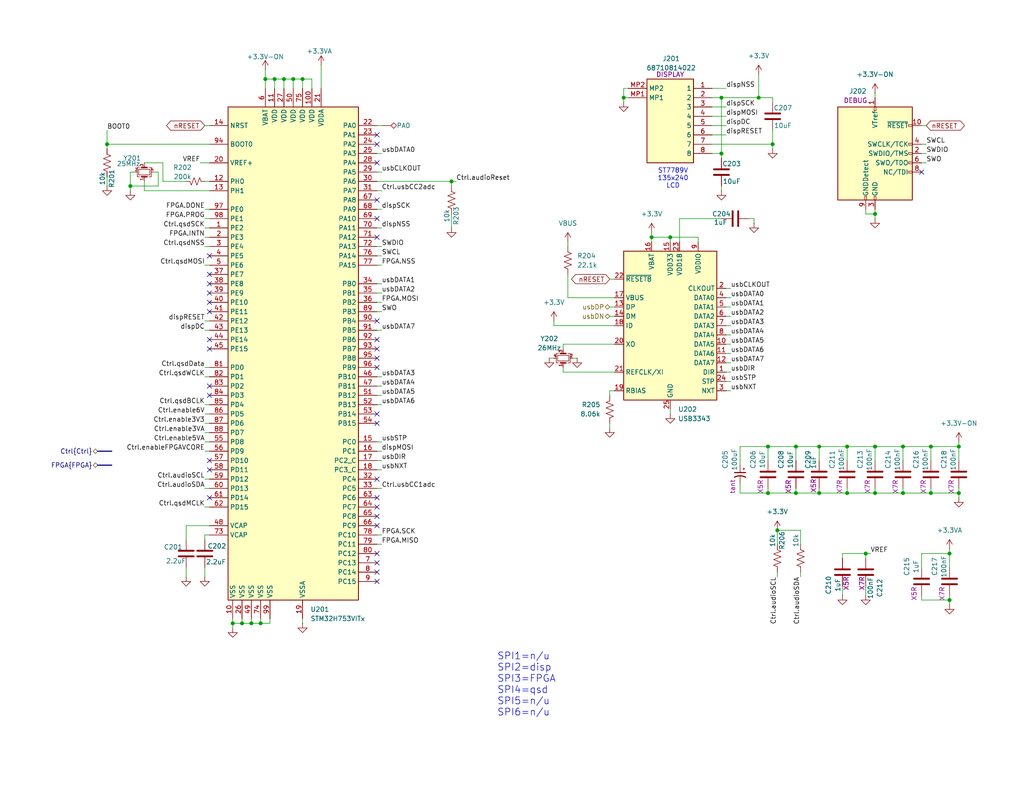
<source format=kicad_sch>
(kicad_sch (version 20250114) (generator "eeschema") (generator_version "9.0")
  (paper "USLetter")
  (title_block (title "Microcontroller") (date "2025-10-13") (company "WB7NAB") (comment 1 "Alan Mimms"))
  (bus_alias "FPGA" (members "NSS" "SCK" "MISO" "MOSI" "INTN" "PROG" "DONE"))
  (text "SPI1=n/u\nSPI2=disp\nSPI3=FPGA\nSPI4=qsd\nSPI5=n/u\nSPI6=n/u" (at 135.636 186.944 0) (effects (font (size 1.905 1.905)) (justify left)))
  (text "ST7789V\n135x240\nLCD" (at 183.642 48.768 0) (effects (font (size 1.27 1.27))))
  (junction (at 231.14 121.92))
  (junction (at 223.52 134.62))
  (junction (at 261.62 121.92))
  (junction (at 71.12 170.18))
  (junction (at 170.18 26.67))
  (junction (at 231.14 134.62))
  (junction (at 77.47 21.59))
  (junction (at 238.76 58.42))
  (junction (at 209.55 121.92))
  (junction (at 63.5 170.18))
  (junction (at 196.85 41.91))
  (junction (at 217.17 134.62))
  (junction (at 196.85 26.67))
  (junction (at 66.04 170.18))
  (junction (at 238.76 121.92))
  (junction (at 246.38 121.92))
  (junction (at 72.39 21.59))
  (junction (at 259.08 163.83))
  (junction (at 74.93 21.59))
  (junction (at 207.01 26.67))
  (junction (at 123.19 49.53))
  (junction (at 254 121.92))
  (junction (at 223.52 121.92))
  (junction (at 236.22 151.13))
  (junction (at 217.17 121.92))
  (junction (at 177.8 64.77))
  (junction (at 246.38 134.62))
  (junction (at 182.88 64.77))
  (junction (at 238.76 134.62))
  (junction (at 261.62 134.62))
  (junction (at 80.01 21.59))
  (junction (at 35.56 50.8))
  (junction (at 209.55 134.62))
  (junction (at 254 134.62))
  (junction (at 259.08 151.13))
  (junction (at 82.55 21.59))
  (junction (at 29.21 39.37))
  (junction (at 210.82 39.37))
  (junction (at 212.09 144.78))
  (junction (at 68.58 170.18))
  (no_connect (at 251.46 46.99))
  (no_connect (at 102.87 140.97))
  (no_connect (at 57.15 80.01))
  (no_connect (at 102.87 97.79))
  (no_connect (at 57.15 82.55))
  (no_connect (at 102.87 44.45))
  (no_connect (at 102.87 92.71))
  (no_connect (at 102.87 36.83))
  (no_connect (at 57.15 135.89))
  (no_connect (at 102.87 39.37))
  (no_connect (at 57.15 95.25))
  (no_connect (at 102.87 138.43))
  (no_connect (at 102.87 100.33))
  (no_connect (at 102.87 87.63))
  (no_connect (at 57.15 105.41))
  (no_connect (at 57.15 125.73))
  (no_connect (at 57.15 69.85))
  (no_connect (at 102.87 156.21))
  (no_connect (at 57.15 74.93))
  (no_connect (at 102.87 59.69))
  (no_connect (at 57.15 128.27))
  (no_connect (at 102.87 95.25))
  (no_connect (at 57.15 85.09))
  (no_connect (at 102.87 130.81))
  (no_connect (at 102.87 135.89))
  (no_connect (at 57.15 77.47))
  (no_connect (at 102.87 143.51))
  (no_connect (at 102.87 151.13))
  (no_connect (at 57.15 107.95))
  (no_connect (at 102.87 115.57))
  (no_connect (at 102.87 54.61))
  (no_connect (at 102.87 153.67))
  (no_connect (at 102.87 113.03))
  (no_connect (at 57.15 92.71))
  (no_connect (at 102.87 158.75))
  (no_connect (at 102.87 64.77))
  (wire (pts (xy 251.46 154.94) (xy 251.46 151.13)))
  (wire (pts (xy 261.62 125.73) (xy 261.62 121.92)))
  (wire (pts (xy 246.38 121.92) (xy 238.76 121.92)))
  (wire (pts (xy 82.55 24.13) (xy 82.55 21.59)))
  (wire (pts (xy 43.18 46.99) (xy 41.91 46.99)))
  (wire (pts (xy 85.09 24.13) (xy 85.09 21.59)))
  (wire (pts (xy 170.18 26.67) (xy 170.18 24.13)))
  (wire (pts (xy 254 121.92) (xy 246.38 121.92)))
  (wire (pts (xy 196.85 26.67) (xy 196.85 41.91)))
  (wire (pts (xy 198.12 78.74) (xy 199.39 78.74)))
  (wire (pts (xy 198.12 86.36) (xy 199.39 86.36)))
  (wire (pts (xy 170.18 27.94) (xy 170.18 26.67)))
  (wire (pts (xy 82.55 21.59) (xy 85.09 21.59)))
  (wire (pts (xy 102.87 67.31) (xy 104.14 67.31)))
  (wire (pts (xy 194.31 34.29) (xy 198.12 34.29)))
  (wire (pts (xy 55.88 133.35) (xy 57.15 133.35)))
  (wire (pts (xy 154.94 81.28) (xy 167.64 81.28)))
  (wire (pts (xy 246.38 133.35) (xy 246.38 134.62)))
  (wire (pts (xy 87.63 17.78) (xy 87.63 24.13)))
  (wire (pts (xy 55.88 120.65) (xy 57.15 120.65)))
  (wire (pts (xy 210.82 39.37) (xy 210.82 40.64)))
  (wire (pts (xy 104.14 107.95) (xy 102.87 107.95)))
  (wire (pts (xy 238.76 134.62) (xy 231.14 134.62)))
  (wire (pts (xy 39.37 49.53) (xy 39.37 52.07)))
  (wire (pts (xy 54.61 44.45) (xy 57.15 44.45)))
  (wire (pts (xy 177.8 64.77) (xy 177.8 66.04)))
  (wire (pts (xy 198.12 83.82) (xy 199.39 83.82)))
  (wire (pts (xy 194.31 31.75) (xy 198.12 31.75)))
  (wire (pts (xy 238.76 57.15) (xy 238.76 58.42)))
  (wire (pts (xy 80.01 21.59) (xy 77.47 21.59)))
  (wire (pts (xy 55.88 110.49) (xy 57.15 110.49)))
  (wire (pts (xy 102.87 82.55) (xy 104.14 82.55)))
  (wire (pts (xy 57.15 49.53) (xy 55.88 49.53)))
  (wire (pts (xy 229.87 151.13) (xy 236.22 151.13)))
  (wire (pts (xy 261.62 134.62) (xy 254 134.62)))
  (wire (pts (xy 210.82 35.56) (xy 210.82 39.37)))
  (wire (pts (xy 218.44 144.78) (xy 218.44 148.59)))
  (wire (pts (xy 204.47 59.69) (xy 205.74 59.69)))
  (wire (pts (xy 55.88 123.19) (xy 57.15 123.19)))
  (wire (pts (xy 29.21 48.26) (xy 29.21 50.8)))
  (wire (pts (xy 251.46 151.13) (xy 259.08 151.13)))
  (wire (pts (xy 55.88 100.33) (xy 57.15 100.33)))
  (wire (pts (xy 57.15 146.05) (xy 55.88 146.05)))
  (wire (pts (xy 251.46 163.83) (xy 259.08 163.83)))
  (wire (pts (xy 236.22 151.13) (xy 236.22 152.4)))
  (wire (pts (xy 238.76 125.73) (xy 238.76 121.92)))
  (wire (pts (xy 35.56 46.99) (xy 35.56 50.8)))
  (wire (pts (xy 182.88 66.04) (xy 182.88 64.77)))
  (wire (pts (xy 102.87 46.99) (xy 104.14 46.99)))
  (wire (pts (xy 196.85 41.91) (xy 196.85 43.18)))
  (wire (pts (xy 104.14 105.41) (xy 102.87 105.41)))
  (wire (pts (xy 166.37 106.68) (xy 167.64 106.68)))
  (wire (pts (xy 198.12 106.68) (xy 199.39 106.68)))
  (wire (pts (xy 55.88 118.11) (xy 57.15 118.11)))
  (wire (pts (xy 254 134.62) (xy 246.38 134.62)))
  (wire (pts (xy 55.88 67.31) (xy 57.15 67.31)))
  (wire (pts (xy 198.12 91.44) (xy 199.39 91.44)))
  (wire (pts (xy 102.87 34.29) (xy 104.14 34.29)))
  (wire (pts (xy 261.62 120.65) (xy 261.62 121.92)))
  (wire (pts (xy 102.87 128.27) (xy 104.14 128.27)))
  (wire (pts (xy 261.62 133.35) (xy 261.62 134.62)))
  (wire (pts (xy 196.85 26.67) (xy 194.31 26.67)))
  (wire (pts (xy 72.39 19.05) (xy 72.39 21.59)))
  (wire (pts (xy 254 125.73) (xy 254 121.92)))
  (wire (pts (xy 236.22 151.13) (xy 237.49 151.13)))
  (wire (pts (xy 251.46 34.29) (xy 252.73 34.29)))
  (wire (pts (xy 212.09 144.78) (xy 218.44 144.78)))
  (wire (pts (xy 209.55 121.92) (xy 217.17 121.92)))
  (wire (pts (xy 201.93 121.92) (xy 209.55 121.92)))
  (wire (pts (xy 55.88 87.63) (xy 57.15 87.63)))
  (wire (pts (xy 55.88 130.81) (xy 57.15 130.81)))
  (wire (pts (xy 212.09 148.59) (xy 212.09 144.78)))
  (wire (pts (xy 57.15 57.15) (xy 55.88 57.15)))
  (wire (pts (xy 57.15 52.07) (xy 39.37 52.07)))
  (wire (pts (xy 123.19 49.53) (xy 123.19 50.8)))
  (wire (pts (xy 154.94 66.04) (xy 154.94 67.31)))
  (wire (pts (xy 198.12 88.9) (xy 199.39 88.9)))
  (wire (pts (xy 246.38 134.62) (xy 238.76 134.62)))
  (wire (pts (xy 36.83 46.99) (xy 35.56 46.99)))
  (wire (pts (xy 123.19 58.42) (xy 123.19 62.23)))
  (wire (pts (xy 102.87 125.73) (xy 104.14 125.73)))
  (wire (pts (xy 201.93 134.62) (xy 209.55 134.62)))
  (wire (pts (xy 35.56 50.8) (xy 35.56 52.07)))
  (wire (pts (xy 166.37 107.95) (xy 166.37 106.68)))
  (wire (pts (xy 44.45 44.45) (xy 44.45 49.53)))
  (wire (pts (xy 102.87 148.59) (xy 104.14 148.59)))
  (wire (pts (xy 63.5 170.18) (xy 63.5 171.45)))
  (wire (pts (xy 238.76 121.92) (xy 231.14 121.92)))
  (wire (pts (xy 210.82 26.67) (xy 210.82 27.94)))
  (wire (pts (xy 236.22 58.42) (xy 238.76 58.42)))
  (wire (pts (xy 231.14 133.35) (xy 231.14 134.62)))
  (wire (pts (xy 198.12 99.06) (xy 199.39 99.06)))
  (wire (pts (xy 104.14 80.01) (xy 102.87 80.01)))
  (wire (pts (xy 153.67 93.98) (xy 153.67 95.25)))
  (wire (pts (xy 209.55 125.73) (xy 209.55 121.92)))
  (wire (pts (xy 259.08 151.13) (xy 259.08 154.94)))
  (wire (pts (xy 166.37 86.36) (xy 167.64 86.36)))
  (wire (pts (xy 153.67 100.33) (xy 153.67 101.6)))
  (wire (pts (xy 102.87 49.53) (xy 123.19 49.53)))
  (wire (pts (xy 151.13 87.63) (xy 151.13 88.9)))
  (wire (pts (xy 194.31 36.83) (xy 198.12 36.83)))
  (wire (pts (xy 166.37 76.2) (xy 167.64 76.2)))
  (wire (pts (xy 63.5 170.18) (xy 66.04 170.18)))
  (wire (pts (xy 55.88 115.57) (xy 57.15 115.57)))
  (wire (pts (xy 104.14 77.47) (xy 102.87 77.47)))
  (wire (pts (xy 217.17 121.92) (xy 223.52 121.92)))
  (wire (pts (xy 170.18 26.67) (xy 171.45 26.67)))
  (wire (pts (xy 74.93 21.59) (xy 77.47 21.59)))
  (wire (pts (xy 55.88 90.17) (xy 57.15 90.17)))
  (wire (pts (xy 198.12 101.6) (xy 199.39 101.6)))
  (wire (pts (xy 123.19 49.53) (xy 124.46 49.53)))
  (wire (pts (xy 149.86 97.79) (xy 151.13 97.79)))
  (wire (pts (xy 104.14 90.17) (xy 102.87 90.17)))
  (wire (pts (xy 44.45 44.45) (xy 39.37 44.45)))
  (wire (pts (xy 261.62 121.92) (xy 254 121.92)))
  (wire (pts (xy 156.21 97.79) (xy 157.48 97.79)))
  (wire (pts (xy 231.14 125.73) (xy 231.14 121.92)))
  (wire (pts (xy 238.76 58.42) (xy 238.76 59.69)))
  (wire (pts (xy 77.47 24.13) (xy 77.47 21.59)))
  (wire (pts (xy 209.55 133.35) (xy 209.55 134.62)))
  (wire (pts (xy 68.58 168.91) (xy 68.58 170.18)))
  (wire (pts (xy 229.87 160.02) (xy 229.87 162.56)))
  (wire (pts (xy 236.22 57.15) (xy 236.22 58.42)))
  (wire (pts (xy 251.46 39.37) (xy 252.73 39.37)))
  (wire (pts (xy 196.85 50.8) (xy 196.85 52.07)))
  (wire (pts (xy 238.76 25.4) (xy 238.76 26.67)))
  (wire (pts (xy 246.38 125.73) (xy 246.38 121.92)))
  (wire (pts (xy 217.17 133.35) (xy 217.17 134.62)))
  (wire (pts (xy 44.45 49.53) (xy 50.8 49.53)))
  (wire (pts (xy 102.87 69.85) (xy 104.14 69.85)))
  (wire (pts (xy 207.01 26.67) (xy 196.85 26.67)))
  (wire (pts (xy 66.04 168.91) (xy 66.04 170.18)))
  (wire (pts (xy 71.12 170.18) (xy 73.66 170.18)))
  (wire (pts (xy 151.13 88.9) (xy 167.64 88.9)))
  (wire (pts (xy 190.5 66.04) (xy 190.5 64.77)))
  (wire (pts (xy 177.8 63.5) (xy 177.8 64.77)))
  (wire (pts (xy 261.62 134.62) (xy 261.62 135.89)))
  (wire (pts (xy 259.08 149.86) (xy 259.08 151.13)))
  (wire (pts (xy 201.93 132.08) (xy 201.93 134.62)))
  (wire (pts (xy 82.55 168.91) (xy 82.55 170.18)))
  (wire (pts (xy 259.08 163.83) (xy 259.08 165.1)))
  (wire (pts (xy 43.18 50.8) (xy 35.56 50.8)))
  (wire (pts (xy 55.88 146.05) (xy 55.88 147.32)))
  (wire (pts (xy 185.42 59.69) (xy 185.42 66.04)))
  (wire (pts (xy 166.37 115.57) (xy 166.37 116.84)))
  (wire (pts (xy 238.76 133.35) (xy 238.76 134.62)))
  (wire (pts (xy 68.58 170.18) (xy 71.12 170.18)))
  (wire (pts (xy 80.01 24.13) (xy 80.01 21.59)))
  (wire (pts (xy 57.15 143.51) (xy 50.8 143.51)))
  (wire (pts (xy 72.39 21.59) (xy 74.93 21.59)))
  (wire (pts (xy 223.52 133.35) (xy 223.52 134.62)))
  (wire (pts (xy 153.67 101.6) (xy 167.64 101.6)))
  (wire (pts (xy 104.14 110.49) (xy 102.87 110.49)))
  (wire (pts (xy 153.67 93.98) (xy 167.64 93.98)))
  (wire (pts (xy 194.31 41.91) (xy 196.85 41.91)))
  (wire (pts (xy 194.31 39.37) (xy 210.82 39.37)))
  (wire (pts (xy 104.14 102.87) (xy 102.87 102.87)))
  (wire (pts (xy 170.18 24.13) (xy 171.45 24.13)))
  (wire (pts (xy 55.88 64.77) (xy 57.15 64.77)))
  (wire (pts (xy 102.87 62.23) (xy 104.14 62.23)))
  (wire (pts (xy 104.14 133.35) (xy 102.87 133.35)))
  (wire (pts (xy 198.12 81.28) (xy 199.39 81.28)))
  (wire (pts (xy 102.87 57.15) (xy 104.14 57.15)))
  (wire (pts (xy 29.21 40.64) (xy 29.21 39.37)))
  (wire (pts (xy 102.87 72.39) (xy 104.14 72.39)))
  (wire (pts (xy 201.93 121.92) (xy 201.93 127)))
  (wire (pts (xy 223.52 121.92) (xy 223.52 125.73)))
  (bus (pts (xy 26.67 127) (xy 30.48 127)))
  (wire (pts (xy 194.31 24.13) (xy 198.12 24.13)))
  (wire (pts (xy 50.8 143.51) (xy 50.8 147.32)))
  (wire (pts (xy 104.14 123.19) (xy 102.87 123.19)))
  (wire (pts (xy 229.87 152.4) (xy 229.87 151.13)))
  (wire (pts (xy 251.46 44.45) (xy 252.73 44.45)))
  (wire (pts (xy 43.18 46.99) (xy 43.18 50.8)))
  (wire (pts (xy 74.93 21.59) (xy 74.93 24.13)))
  (wire (pts (xy 55.88 102.87) (xy 57.15 102.87)))
  (wire (pts (xy 223.52 134.62) (xy 217.17 134.62)))
  (wire (pts (xy 55.88 138.43) (xy 57.15 138.43)))
  (wire (pts (xy 223.52 121.92) (xy 231.14 121.92)))
  (wire (pts (xy 102.87 52.07) (xy 104.14 52.07)))
  (wire (pts (xy 102.87 120.65) (xy 104.14 120.65)))
  (wire (pts (xy 218.44 156.21) (xy 218.44 157.48)))
  (wire (pts (xy 217.17 121.92) (xy 217.17 125.73)))
  (wire (pts (xy 55.88 154.94) (xy 55.88 157.48)))
  (wire (pts (xy 102.87 85.09) (xy 104.14 85.09)))
  (wire (pts (xy 236.22 160.02) (xy 236.22 162.56)))
  (wire (pts (xy 207.01 20.32) (xy 207.01 26.67)))
  (wire (pts (xy 66.04 170.18) (xy 68.58 170.18)))
  (wire (pts (xy 196.85 59.69) (xy 185.42 59.69)))
  (wire (pts (xy 251.46 162.56) (xy 251.46 163.83)))
  (wire (pts (xy 190.5 64.77) (xy 182.88 64.77)))
  (wire (pts (xy 29.21 35.56) (xy 29.21 39.37)))
  (wire (pts (xy 177.8 64.77) (xy 182.88 64.77)))
  (wire (pts (xy 205.74 59.69) (xy 205.74 60.96)))
  (wire (pts (xy 72.39 21.59) (xy 72.39 24.13)))
  (bus (pts (xy 26.67 123.19) (xy 30.48 123.19)))
  (wire (pts (xy 73.66 168.91) (xy 73.66 170.18)))
  (wire (pts (xy 212.09 156.21) (xy 212.09 157.48)))
  (wire (pts (xy 29.21 39.37) (xy 57.15 39.37)))
  (wire (pts (xy 55.88 113.03) (xy 57.15 113.03)))
  (wire (pts (xy 207.01 26.67) (xy 210.82 26.67)))
  (wire (pts (xy 209.55 134.62) (xy 217.17 134.62)))
  (wire (pts (xy 50.8 154.94) (xy 50.8 157.48)))
  (wire (pts (xy 259.08 162.56) (xy 259.08 163.83)))
  (wire (pts (xy 55.88 62.23) (xy 57.15 62.23)))
  (wire (pts (xy 55.88 34.29) (xy 57.15 34.29)))
  (wire (pts (xy 102.87 41.91) (xy 104.14 41.91)))
  (wire (pts (xy 63.5 168.91) (xy 63.5 170.18)))
  (wire (pts (xy 198.12 96.52) (xy 199.39 96.52)))
  (wire (pts (xy 182.88 111.76) (xy 182.88 113.03)))
  (wire (pts (xy 55.88 59.69) (xy 57.15 59.69)))
  (wire (pts (xy 55.88 72.39) (xy 57.15 72.39)))
  (wire (pts (xy 254 133.35) (xy 254 134.62)))
  (wire (pts (xy 194.31 29.21) (xy 198.12 29.21)))
  (wire (pts (xy 154.94 74.93) (xy 154.94 81.28)))
  (wire (pts (xy 102.87 146.05) (xy 104.14 146.05)))
  (wire (pts (xy 80.01 21.59) (xy 82.55 21.59)))
  (wire (pts (xy 223.52 134.62) (xy 231.14 134.62)))
  (wire (pts (xy 251.46 41.91) (xy 252.73 41.91)))
  (wire (pts (xy 198.12 104.14) (xy 199.39 104.14)))
  (wire (pts (xy 166.37 83.82) (xy 167.64 83.82)))
  (wire (pts (xy 71.12 168.91) (xy 71.12 170.18)))
  (wire (pts (xy 198.12 93.98) (xy 199.39 93.98)))
  (label "usbDIR" (at 199.39 101.6 0))
  (label "Ctrl.audioReset" (at 124.46 49.53 0))
  (label "dispRESET" (at 198.12 36.83 0))
  (label "usbCLKOUT" (at 104.14 46.99 0))
  (label "BOOT0" (at 29.21 35.56 0))
  (label "FPGA.SCK" (at 104.14 146.05 0))
  (label "usbDATA6" (at 199.39 96.52 0))
  (label "Ctrl.qsdMCLK" (at 55.88 138.43 180))
  (label "FPGA.PROG" (at 55.88 59.69 180))
  (label "Ctrl.usbCC2adc" (at 104.14 52.07 0))
  (label "usbDATA1" (at 199.39 83.82 0))
  (label "SWO" (at 104.14 85.09 0))
  (label "FPGA.INTN" (at 55.88 64.77 180))
  (label "usbDATA1" (at 104.14 77.47 0))
  (label "dispNSS" (at 198.12 24.13 0))
  (label "Ctrl.audioSCL" (at 212.09 157.48 270))
  (label "SWCL" (at 252.73 39.37 0))
  (label "Ctrl.enableFPGAVCORE" (at 55.88 123.19 180))
  (label "dispNSS" (at 104.14 62.23 0))
  (label "FPGA.MISO" (at 104.14 148.59 0))
  (label "SWCL" (at 104.14 69.85 0))
  (label "Ctrl.qsdData" (at 55.88 100.33 180))
  (label "usbDATA2" (at 199.39 86.36 0))
  (label "dispRESET" (at 55.88 87.63 180))
  (label "usbDATA3" (at 104.14 102.87 0))
  (label "Ctrl.enable5VA" (at 55.88 120.65 180))
  (label "usbDATA0" (at 104.14 41.91 0))
  (label "Ctrl.enable3VA" (at 55.88 118.11 180))
  (label "Ctrl.audioSDA" (at 55.88 133.35 180))
  (label "SWDIO" (at 252.73 41.91 0))
  (label "usbSTP" (at 199.39 104.14 0))
  (label "usbDIR" (at 104.14 125.73 0))
  (label "Ctrl.usbCC1adc" (at 104.14 133.35 0))
  (label "usbCLKOUT" (at 199.39 78.74 0))
  (label "dispDC" (at 55.88 90.17 180))
  (label "Ctrl.enable3V3" (at 55.88 115.57 180))
  (label "usbDATA4" (at 104.14 105.41 0))
  (label "FPGA.MOSI" (at 104.14 82.55 0))
  (label "usbDATA6" (at 104.14 110.49 0))
  (label "usbSTP" (at 104.14 120.65 0))
  (label "Ctrl.qsdMOSI" (at 55.88 72.39 180))
  (label "usbDATA4" (at 199.39 91.44 0))
  (label "Ctrl.qsdBCLK" (at 55.88 110.49 180))
  (label "usbDATA5" (at 104.14 107.95 0))
  (label "usbDATA3" (at 199.39 88.9 0))
  (label "Ctrl.enable6V" (at 55.88 113.03 180))
  (label "Ctrl.audioSDA" (at 218.44 157.48 270))
  (label "Ctrl.audioSCL" (at 55.88 130.81 180))
  (label "VREF" (at 54.61 44.45 180))
  (label "usbNXT" (at 199.39 106.68 0))
  (label "SWDIO" (at 104.14 67.31 0))
  (label "SWO" (at 252.73 44.45 0))
  (label "Ctrl.qsdNSS" (at 55.88 67.31 180))
  (label "dispMOSI" (at 104.14 123.19 0))
  (label "FPGA.DONE" (at 55.88 57.15 180))
  (label "usbDATA0" (at 199.39 81.28 0))
  (label "usbDATA2" (at 104.14 80.01 0))
  (label "dispDC" (at 198.12 34.29 0))
  (label "dispMOSI" (at 198.12 31.75 0))
  (label "usbDATA7" (at 199.39 99.06 0))
  (label "VREF" (at 237.49 151.13 0))
  (label "Ctrl.qsdSCK" (at 55.88 62.23 180))
  (label "usbNXT" (at 104.14 128.27 0))
  (label "usbDATA5" (at 199.39 93.98 0))
  (label "FPGA.NSS" (at 104.14 72.39 0))
  (label "usbDATA7" (at 104.14 90.17 0))
  (label "dispSCK" (at 104.14 57.15 0))
  (label "Ctrl.qsdWCLK" (at 55.88 102.87 180))
  (label "dispSCK" (at 198.12 29.21 0))
  (global_label "nRESET" (shape bidirectional) (at 166.37 76.2 180) (property "Intersheetrefs" "${INTERSHEET_REFS}" (effects (hide yes))))
  (global_label "nRESET" (shape bidirectional) (at 55.88 34.29 180) (property "Intersheetrefs" "${INTERSHEET_REFS}" (effects (hide yes))))
  (global_label "nRESET" (shape bidirectional) (at 252.73 34.29 0) (property "Intersheetrefs" "${INTERSHEET_REFS}" (effects (hide yes))))
  (hierarchical_label "FPGA{FPGA}" (shape bidirectional) (at 26.67 127 180))
  (hierarchical_label "Ctrl{Ctrl}" (shape bidirectional) (at 26.67 123.19 180))
  (hierarchical_label "usbDN" (shape bidirectional) (at 166.37 86.36 180))
  (hierarchical_label "usbDP" (shape bidirectional) (at 166.37 83.82 180))
  (symbol (lib_id "Connector:TestPoint_Alt") (at 104.14 34.29 270) (unit 1)
    (property "Reference" "PG201" (effects (hide yes)))
    (property "Value" "PA0" (at 108.204 34.29 90) (effects (justify left)))
    (property "Footprint" "TestPoint:TestPoint_Pad_1.0x1.0mm" (effects (hide yes)))
    (property "Description" "test point (alternative shape)" (effects (hide yes)))
  )
  (symbol (lib_id "Device:R_US") (at 166.37 111.76 0) (mirror y) (unit 1)
    (property "Reference" "R205" (at 163.83 110.4899 0) (effects (justify left)))
    (property "Value" "8.06k" (at 163.83 113.0299 0) (effects (justify left)))
    (property "Footprint" "Resistor_SMD:R_0402_1005Metric" (effects (hide yes)))
    (property "Description" "Resistor, US symbol" (effects (hide yes)))
  )
  (symbol (lib_id "power:+3.3V") (at 212.09 144.78 0) (unit 1)
    (property "Reference" "#PWR0222" (effects (hide yes)))
    (property "Value" "+3.3V" (at 212.09 139.7 0))
    (property "Description" "Power symbol creates a global label with name \"+3.3V\"" (effects (hide yes)))
  )
  (symbol (lib_id "power:GND") (at 238.76 59.69 0) (unit 1)
    (property "Reference" "#PWR0226" (effects (hide yes)))
    (property "Value" "GND" (effects (hide yes)))
    (property "Description" "Power symbol creates a global label with name \"GND\" , ground" (effects (hide yes)))
  )
  (symbol (lib_id "power:GND") (at 196.85 52.07 0) (mirror y) (unit 1)
    (property "Reference" "#PWR0218" (effects (hide yes)))
    (property "Value" "GND" (effects (hide yes)))
    (property "Description" "Power symbol creates a global label with name \"GND\" , ground" (effects (hide yes)))
  )
  (symbol (lib_id "Library:68710814022") (at 171.45 24.13 0) (unit 1)
    (property "Reference" "J201" (at 183.134 16.002 0))
    (property "Value" "68710814022" (at 183.134 18.542 0))
    (property "Footprint" "Library:68710814022" (effects (hide yes)))
    (property "Datasheet" "https://www.we-online.com/components/products/datasheet/68710814022.pdf" (effects (hide yes)))
    (property "Description" "Wurth Elektronik 687 Series 0.5mm 8 Way 1 Row Straight PCB Socket Surface Mount Wire to Board" (effects (hide yes)))
    (property "Height" "2.25" (effects (hide yes)))
    (property "Mouser Part Number" "710-68710814022" (effects (hide yes)))
    (property "Mouser Price/Stock" "https://www.mouser.co.uk/ProductDetail/Wurth-Elektronik/68710814022?qs=ZtY9WdtwX54hJHBraEAPJw%3D%3D" (effects (hide yes)))
    (property "Manufacturer_Name" "Wurth Elektronik" (effects (hide yes)))
    (property "Manufacturer_Part_Number" "68710814022" (effects (hide yes)))
    (property "UsedIn" "https://docs.m5stack.com/en/core/M5StickC%20PLUS2" (effects (hide yes)))
    (property "label" "DISPLAY" (at 182.88 20.32 0))
  )
  (symbol (lib_id "power:GND") (at 210.82 40.64 0) (unit 1)
    (property "Reference" "#PWR0221" (effects (hide yes)))
    (property "Value" "GND" (effects (hide yes)))
    (property "Description" "Power symbol creates a global label with name \"GND\" , ground" (effects (hide yes)))
  )
  (symbol (lib_id "Device:C") (at 254 129.54 0) (mirror y) (unit 1)
    (property "Reference" "C216" (at 249.936 125.476 90))
    (property "Value" "100nF" (at 252.476 125.476 90))
    (property "Footprint" "Capacitor_SMD:C_0603_1608Metric" (effects (hide yes)))
    (property "Description" "Unpolarized capacitor" (effects (hide yes)))
    (property "cap-type" "X7R" (at 251.968 132.842 90))
    (property "working-voltage" "50V" (effects (hide yes)))
    (property "Manufacturer_Name" "Kemet" (effects (hide yes)))
    (property "Manufacturer_Part_Number" "C0805F104K1RACAUTO" (effects (hide yes)))
    (property "Mouser Part Number" "80-C0805F104K1RAUTO" (effects (hide yes)))
  )
  (symbol (lib_id "power:GND") (at 259.08 165.1 0) (unit 1)
    (property "Reference" "#PWR0228" (effects (hide yes)))
    (property "Value" "GND" (effects (hide yes)))
    (property "Description" "Power symbol creates a global label with name \"GND\" , ground" (effects (hide yes)))
  )
  (symbol (lib_id "Device:C") (at 259.08 158.75 0) (mirror y) (unit 1)
    (property "Reference" "C217" (at 255.016 154.686 90))
    (property "Value" "100nF" (at 257.556 154.686 90))
    (property "Footprint" "Capacitor_SMD:C_0603_1608Metric" (effects (hide yes)))
    (property "Description" "Unpolarized capacitor" (effects (hide yes)))
    (property "cap-type" "X7R" (at 257.048 162.052 90))
    (property "working-voltage" "50V" (effects (hide yes)))
    (property "Manufacturer_Name" "Kemet" (effects (hide yes)))
    (property "Manufacturer_Part_Number" "C0805F104K1RACAUTO" (effects (hide yes)))
    (property "Mouser Part Number" "80-C0805F104K1RAUTO" (effects (hide yes)))
  )
  (symbol (lib_id "power:GND") (at 149.86 97.79 0) (unit 1)
    (property "Reference" "#PWR0210" (effects (hide yes)))
    (property "Value" "GND" (effects (hide yes)))
    (property "Description" "Power symbol creates a global label with name \"GND\" , ground" (effects (hide yes)))
  )
  (symbol (lib_id "power:VBUS") (at 154.94 66.04 0) (unit 1)
    (property "Reference" "#PWR0212" (effects (hide yes)))
    (property "Value" "VBUS" (at 154.94 60.96 0))
    (property "Description" "Power symbol creates a global label with name \"VBUS\"" (effects (hide yes)))
  )
  (symbol (lib_id "power:GND") (at 182.88 113.03 0) (unit 1)
    (property "Reference" "#PWR0217" (effects (hide yes)))
    (property "Value" "GND" (effects (hide yes)))
    (property "Description" "Power symbol creates a global label with name \"GND\" , ground" (effects (hide yes)))
  )
  (symbol (lib_id "power:GND") (at 157.48 97.79 0) (unit 1)
    (property "Reference" "#PWR0213" (effects (hide yes)))
    (property "Value" "GND" (effects (hide yes)))
    (property "Description" "Power symbol creates a global label with name \"GND\" , ground" (effects (hide yes)))
  )
  (symbol (lib_id "Device:R_US") (at 29.21 44.45 0) (unit 1)
    (property "Reference" "R201" (at 30.48 48.768 90))
    (property "Value" "10k" (at 27.94 48.768 90))
    (property "Footprint" "Resistor_SMD:R_0402_1005Metric" (effects (hide yes)))
    (property "Description" "Resistor, US symbol" (effects (hide yes)))
  )
  (symbol (lib_id "Device:C") (at 55.88 151.13 0) (unit 1)
    (property "Reference" "C202" (at 59.182 149.098 0))
    (property "Value" "2.2uF" (at 58.928 153.416 0))
    (property "Footprint" "Capacitor_SMD:C_0805_2012Metric" (effects (hide yes)))
    (property "Description" "Unpolarized capacitor" (effects (hide yes)))
    (property "cap-type" "tant" (effects (hide yes)))
    (property "working-voltage" "20V" (effects (hide yes)))
    (property "Manufacturer_Part_Number" "TMCP1D225MTR2F" (effects (hide yes)))
    (property "Mouser Part Number" "74-TMCP1D225MTR2F" (effects (hide yes)))
    (property "Manufacturer_Name" "Vishay/Sprague" (effects (hide yes)))
  )
  (symbol (lib_id "Device:C") (at 210.82 31.75 0) (mirror x) (unit 1)
    (property "Reference" "C207" (at 213.614 29.464 0))
    (property "Value" "10uF" (at 213.614 34.29 0))
    (property "Footprint" "Capacitor_SMD:C_0603_1608Metric" (effects (hide yes)))
    (property "Description" "Unpolarized capacitor" (effects (hide yes)))
    (property "cap-type" "X5R" (effects (hide yes)))
    (property "working-voltage" "25V" (effects (hide yes)))
    (property "Manufacturer_Name" "Taoup Uidem" (effects (hide yes)))
    (property "Manufacturer_Part_Number" "81-GXT155R71E223KE1D" (effects (hide yes)))
    (property "Mouser Part Number" "963-MLAST168BB5106MT" (effects (hide yes)))
  )
  (symbol (lib_id "power:GND") (at 55.88 157.48 0) (unit 1)
    (property "Reference" "#PWR0204" (effects (hide yes)))
    (property "Value" "GND" (effects (hide yes)))
    (property "Description" "Power symbol creates a global label with name \"GND\" , ground" (effects (hide yes)))
  )
  (symbol (lib_id "power:+3.3V") (at 207.01 20.32 0) (unit 1)
    (property "Reference" "#PWR0220" (effects (hide yes)))
    (property "Value" "+3.3V" (at 207.01 15.24 0))
    (property "Description" "Power symbol creates a global label with name \"+3.3V\"" (effects (hide yes)))
  )
  (symbol (lib_id "power:GND") (at 166.37 116.84 0) (unit 1)
    (property "Reference" "#PWR0214" (effects (hide yes)))
    (property "Value" "GND" (effects (hide yes)))
    (property "Description" "Power symbol creates a global label with name \"GND\" , ground" (effects (hide yes)))
  )
  (symbol (lib_id "Device:C") (at 236.22 156.21 0) (unit 1)
    (property "Reference" "C212" (at 240.03 160.528 90))
    (property "Value" "100nF" (at 237.49 160.528 90))
    (property "Footprint" "Capacitor_SMD:C_0603_1608Metric" (effects (hide yes)))
    (property "Description" "Unpolarized capacitor" (effects (hide yes)))
    (property "cap-type" "X7R" (at 235.204 159.258 90))
    (property "working-voltage" "50V" (effects (hide yes)))
    (property "Manufacturer_Name" "Kemet" (effects (hide yes)))
    (property "Manufacturer_Part_Number" "C0805F104K1RACAUTO" (effects (hide yes)))
    (property "Mouser Part Number" "80-C0805F104K1RAUTO" (effects (hide yes)))
  )
  (symbol (lib_id "power:GND") (at 123.19 62.23 0) (unit 1)
    (property "Reference" "#PWR0209" (effects (hide yes)))
    (property "Value" "GND" (effects (hide yes)))
    (property "Description" "Power symbol creates a global label with name \"GND\" , ground" (effects (hide yes)))
  )
  (symbol (lib_id "Device:C") (at 246.38 129.54 0) (mirror y) (unit 1)
    (property "Reference" "C214" (at 242.316 125.476 90))
    (property "Value" "100nF" (at 244.856 125.476 90))
    (property "Footprint" "Capacitor_SMD:C_0603_1608Metric" (effects (hide yes)))
    (property "Description" "Unpolarized capacitor" (effects (hide yes)))
    (property "cap-type" "X7R" (at 244.348 132.842 90))
    (property "working-voltage" "50V" (effects (hide yes)))
    (property "Manufacturer_Name" "Kemet" (effects (hide yes)))
    (property "Manufacturer_Part_Number" "C0805F104K1RACAUTO" (effects (hide yes)))
    (property "Mouser Part Number" "80-C0805F104K1RAUTO" (effects (hide yes)))
  )
  (symbol (lib_id "Device:C") (at 209.55 129.54 0) (mirror y) (unit 1)
    (property "Reference" "C206" (at 205.486 125.476 90))
    (property "Value" "10uF" (at 208.026 125.476 90))
    (property "Footprint" "Capacitor_SMD:C_0603_1608Metric" (effects (hide yes)))
    (property "Description" "Unpolarized capacitor" (effects (hide yes)))
    (property "cap-type" "X5R" (at 207.518 132.842 90))
    (property "working-voltage" "25V" (effects (hide yes)))
    (property "Manufacturer_Name" "Taoup Uidem" (effects (hide yes)))
    (property "Manufacturer_Part_Number" "81-GXT155R71E223KE1D" (effects (hide yes)))
    (property "Mouser Part Number" "963-MLAST168BB5106MT" (effects (hide yes)))
  )
  (symbol (lib_id "power:GND") (at 261.62 135.89 0) (unit 1)
    (property "Reference" "#PWR0230" (effects (hide yes)))
    (property "Value" "GND" (effects (hide yes)))
    (property "Description" "Power symbol creates a global label with name \"GND\" , ground" (effects (hide yes)))
  )
  (symbol (lib_id "power:GND") (at 82.55 170.18 0) (mirror y) (unit 1)
    (property "Reference" "#PWR0207" (effects (hide yes)))
    (property "Value" "GND" (effects (hide yes)))
    (property "Description" "Power symbol creates a global label with name \"GND\" , ground" (effects (hide yes)))
  )
  (symbol (lib_id "power:GND") (at 229.87 162.56 0) (unit 1)
    (property "Reference" "#PWR0223" (effects (hide yes)))
    (property "Value" "GND" (effects (hide yes)))
    (property "Description" "Power symbol creates a global label with name \"GND\" , ground" (effects (hide yes)))
  )
  (symbol (lib_id "power:+3.3V") (at 72.39 19.05 0) (unit 1)
    (property "Reference" "#PWR0206" (effects (hide yes)))
    (property "Value" "+3.3V-ON" (at 72.39 15.494 0))
    (property "Description" "Always on +3.3V rail" (effects (hide yes)))
  )
  (symbol (lib_id "power:+3.3V") (at 177.8 63.5 0) (unit 1)
    (property "Reference" "#PWR0216" (effects (hide yes)))
    (property "Value" "+3.3V" (at 177.8 58.42 0))
    (property "Description" "Power symbol creates a global label with name \"+3.3V\"" (effects (hide yes)))
  )
  (symbol (lib_id "Device:C") (at 223.52 129.54 0) (unit 1)
    (property "Reference" "C209" (at 220.472 125.476 90))
    (property "Value" "1uF" (at 221.996 126.238 90))
    (property "Footprint" "Capacitor_SMD:C_0402_1005Metric" (effects (hide yes)))
    (property "Description" "Unpolarized capacitor" (effects (hide yes)))
    (property "cap-type" "X5R" (at 221.996 132.588 90))
    (property "working-voltage" "25V" (effects (hide yes)))
    (property "Manufacturer_Name" "Murata" (effects (hide yes)))
    (property "Manufacturer_Part_Number" "GRM155R61E105KE11D" (effects (hide yes)))
    (property "Mouser Part Number" "81-GRM155R61E105KE1D" (effects (hide yes)))
  )
  (symbol (lib_id "Device:R_US") (at 218.44 152.4 0) (unit 1)
    (property "Reference" "R207" (effects (hide yes)))
    (property "Value" "10k" (at 217.17 147.574 90))
    (property "Footprint" "Resistor_SMD:R_0402_1005Metric" (effects (hide yes)))
    (property "Description" "Resistor, US symbol" (effects (hide yes)))
  )
  (symbol (lib_id "Device:C") (at 50.8 151.13 0) (mirror y) (unit 1)
    (property "Reference" "C201" (at 47.244 149.352 0))
    (property "Value" "2.2uF" (at 48.006 153.162 0))
    (property "Footprint" "Capacitor_SMD:C_0805_2012Metric" (effects (hide yes)))
    (property "Description" "Unpolarized capacitor" (effects (hide yes)))
    (property "cap-type" "tant" (effects (hide yes)))
    (property "working-voltage" "20V" (effects (hide yes)))
    (property "Manufacturer_Part_Number" "TMCP1D225MTR2F" (effects (hide yes)))
    (property "Mouser Part Number" "74-TMCP1D225MTR2F" (effects (hide yes)))
    (property "Manufacturer_Name" "Vishay/Sprague" (effects (hide yes)))
  )
  (symbol (lib_id "power:+3.3VA") (at 87.63 17.78 0) (unit 1)
    (property "Reference" "#PWR0208" (effects (hide yes)))
    (property "Value" "+3.3VA" (at 87.122 13.97 0))
    (property "Description" "Power symbol creates a global label with name \"+3.3VA\"" (effects (hide yes)))
  )
  (symbol (lib_id "Library:Crystal-small-GND24") (at 153.67 97.79 90) (unit 1)
    (property "Reference" "Y202" (at 149.86 92.456 90))
    (property "Value" "26MHz" (at 149.86 94.996 90))
    (property "Footprint" "Crystal:Crystal_SMD_2520-4Pin_2.5x2.0mm" (effects (hide yes)))
    (property "Datasheet" "https://www.eaton.com/content/dam/eaton/products/electronic-components/resources/data-sheet/eaton-e2x-crystal-resonator-mhz-data-sheet-elx1386-en.pdf" (effects (hide yes)))
    (property "Description" "26MHz 18pF 10PPM" (effects (hide yes)))
    (property "Manufacturer_Name" "EATON" (effects (hide yes)))
    (property "Manufacturer_Part_Number" "E2X260181G01" (effects (hide yes)))
    (property "Mouser Part Number" "504-E2X260181G01" (effects (hide yes)))
  )
  (symbol (lib_id "power:GND") (at 236.22 162.56 0) (unit 1)
    (property "Reference" "#PWR0224" (effects (hide yes)))
    (property "Value" "GND" (effects (hide yes)))
    (property "Description" "Power symbol creates a global label with name \"GND\" , ground" (effects (hide yes)))
  )
  (symbol (lib_id "power:GND") (at 205.74 60.96 0) (unit 1)
    (property "Reference" "#PWR0219" (effects (hide yes)))
    (property "Value" "GND" (effects (hide yes)))
    (property "Description" "Power symbol creates a global label with name \"GND\" , ground" (effects (hide yes)))
  )
  (symbol (lib_id "Device:C") (at 200.66 59.69 90) (mirror x) (unit 1)
    (property "Reference" "C204" (at 196.85 58.42 90))
    (property "Value" "1uF" (at 196.596 60.706 90))
    (property "Footprint" "Capacitor_SMD:C_0402_1005Metric" (effects (hide yes)))
    (property "Description" "Unpolarized capacitor" (effects (hide yes)))
    (property "cap-type" "X5R" (effects (hide yes)))
    (property "working-voltage" "25V" (effects (hide yes)))
    (property "Manufacturer_Name" "Murata" (effects (hide yes)))
    (property "Manufacturer_Part_Number" "GRM155R61E105KE11D" (effects (hide yes)))
    (property "Mouser Part Number" "81-GRM155R61E105KE1D" (effects (hide yes)))
  )
  (symbol (lib_id "Library:STM32H753VITx") (at 80.01 97.79 0) (unit 1)
    (property "Reference" "U201" (at 84.6933 166.37 0) (effects (justify left)))
    (property "Value" "STM32H753VITx" (at 84.6933 168.91 0) (effects (justify left)))
    (property "Footprint" "Package_QFP:LQFP-100_14x14mm_P0.5mm" (effects (hide yes)))
    (property "Datasheet" "https://www.st.com/resource/en/datasheet/stm32h753vi.pdf" (effects (hide yes)))
    (property "Description" "STMicroelectronics Arm Cortex-M7 MCU, 2048KB flash, 1024KB RAM, 480 MHz, 1.71-3.6V, 82 GPIO, LQFP100" (effects (hide yes)))
  )
  (symbol (lib_id "Device:C") (at 217.17 129.54 0) (mirror y) (unit 1)
    (property "Reference" "C208" (at 213.106 125.476 90))
    (property "Value" "10uF" (at 215.646 125.476 90))
    (property "Footprint" "Capacitor_SMD:C_0603_1608Metric" (effects (hide yes)))
    (property "Description" "Unpolarized capacitor" (effects (hide yes)))
    (property "cap-type" "X5R" (at 215.138 132.842 90))
    (property "working-voltage" "25V" (effects (hide yes)))
    (property "Manufacturer_Name" "Taoup Uidem" (effects (hide yes)))
    (property "Manufacturer_Part_Number" "81-GXT155R71E223KE1D" (effects (hide yes)))
    (property "Mouser Part Number" "963-MLAST168BB5106MT" (effects (hide yes)))
  )
  (symbol (lib_id "Interface_USB:USB3343") (at 182.88 88.9 0) (unit 1)
    (property "Reference" "U202" (at 185.0233 111.76 0) (effects (justify left)))
    (property "Value" "USB3343" (at 185.0233 114.3 0) (effects (justify left)))
    (property "Footprint" "Package_DFN_QFN:QFN-24-1EP_4x4mm_P0.5mm_EP2.6x2.6mm" (effects (hide yes)))
    (property "Datasheet" "http://ww1.microchip.com/downloads/en/DeviceDoc/334x.pdf" (effects (hide yes)))
    (property "Description" "Hi-Speed USB ULPI Transceiver, QFN-24" (effects (hide yes)))
  )
  (symbol (lib_id "Device:C") (at 261.62 129.54 0) (mirror y) (unit 1)
    (property "Reference" "C218" (at 257.556 125.476 90))
    (property "Value" "100nF" (at 260.096 125.476 90))
    (property "Footprint" "Capacitor_SMD:C_0603_1608Metric" (effects (hide yes)))
    (property "Description" "Unpolarized capacitor" (effects (hide yes)))
    (property "cap-type" "X7R" (at 259.588 132.842 90))
    (property "working-voltage" "50V" (effects (hide yes)))
    (property "Manufacturer_Name" "Kemet" (effects (hide yes)))
    (property "Manufacturer_Part_Number" "C0805F104K1RACAUTO" (effects (hide yes)))
    (property "Mouser Part Number" "80-C0805F104K1RAUTO" (effects (hide yes)))
  )
  (symbol (lib_id "Device:R_US") (at 123.19 54.61 0) (unit 1)
    (property "Reference" "R203" (at 124.46 58.928 90))
    (property "Value" "10k" (at 121.92 58.928 90))
    (property "Footprint" "Resistor_SMD:R_0402_1005Metric" (effects (hide yes)))
    (property "Description" "Resistor, US symbol" (effects (hide yes)))
  )
  (symbol (lib_id "power:+3.3V") (at 151.13 87.63 0) (unit 1)
    (property "Reference" "#PWR0211" (effects (hide yes)))
    (property "Value" "+3.3V" (at 151.13 82.55 0))
    (property "Description" "Power symbol creates a global label with name \"+3.3V\"" (effects (hide yes)))
  )
  (symbol (lib_id "power:GND") (at 29.21 50.8 0) (unit 1)
    (property "Reference" "#PWR0201" (effects (hide yes)))
    (property "Value" "GND" (effects (hide yes)))
    (property "Description" "Power symbol creates a global label with name \"GND\" , ground" (effects (hide yes)))
  )
  (symbol (lib_id "Device:C") (at 229.87 156.21 0) (mirror y) (unit 1)
    (property "Reference" "C210" (at 226.06 159.766 90))
    (property "Value" "1uF" (at 228.6 159.766 90))
    (property "Footprint" "Capacitor_SMD:C_0402_1005Metric" (effects (hide yes)))
    (property "Description" "Unpolarized capacitor" (effects (hide yes)))
    (property "cap-type" "X5R" (at 230.886 159.258 90))
    (property "working-voltage" "25V" (effects (hide yes)))
    (property "Manufacturer_Name" "Murata" (effects (hide yes)))
    (property "Manufacturer_Part_Number" "GRM155R61E105KE11D" (effects (hide yes)))
    (property "Mouser Part Number" "81-GRM155R61E105KE1D" (effects (hide yes)))
  )
  (symbol (lib_id "power:+3.3V") (at 259.08 149.86 0) (unit 1)
    (property "Reference" "#PWR0227" (effects (hide yes)))
    (property "Value" "+3.3VA" (at 259.08 144.78 0))
    (property "Description" "Power symbol creates a global label with name \"+3.3V\"" (effects (hide yes)))
  )
  (symbol (lib_id "Device:C") (at 238.76 129.54 0) (mirror y) (unit 1)
    (property "Reference" "C213" (at 234.696 125.476 90))
    (property "Value" "100nF" (at 237.236 125.476 90))
    (property "Footprint" "Capacitor_SMD:C_0603_1608Metric" (effects (hide yes)))
    (property "Description" "Unpolarized capacitor" (effects (hide yes)))
    (property "cap-type" "X7R" (at 236.728 132.842 90))
    (property "working-voltage" "50V" (effects (hide yes)))
    (property "Manufacturer_Name" "Kemet" (effects (hide yes)))
    (property "Manufacturer_Part_Number" "C0805F104K1RACAUTO" (effects (hide yes)))
    (property "Mouser Part Number" "80-C0805F104K1RAUTO" (effects (hide yes)))
  )
  (symbol (lib_id "power:+3.3V") (at 238.76 25.4 0) (unit 1)
    (property "Reference" "#PWR0225" (effects (hide yes)))
    (property "Value" "+3.3V-ON" (at 238.76 20.32 0))
    (property "Description" "Always on +3.3V rail" (effects (hide yes)))
  )
  (symbol (lib_id "power:GND") (at 35.56 52.07 0) (mirror y) (unit 1)
    (property "Reference" "#PWR0202" (effects (hide yes)))
    (property "Value" "GND" (effects (hide yes)))
    (property "Description" "Power symbol creates a global label with name \"GND\" , ground" (effects (hide yes)))
  )
  (symbol (lib_id "power:GND") (at 50.8 157.48 0) (unit 1)
    (property "Reference" "#PWR0203" (effects (hide yes)))
    (property "Value" "GND" (effects (hide yes)))
    (property "Description" "Power symbol creates a global label with name \"GND\" , ground" (effects (hide yes)))
  )
  (symbol (lib_id "Connector:Conn_ARM_JTAG_SWD_10") (at 238.76 41.91 0) (unit 1)
    (property "Reference" "J202" (at 236.474 24.892 0) (effects (justify right)))
    (property "Value" "FTSH-105-01-L-DV-K" (effects (hide yes)))
    (property "Footprint" "Library:FTSH10501LDVK" (effects (hide yes)))
    (property "Datasheet" "http://infocenter.arm.com/help/topic/com.arm.doc.ddi0314h/DDI0314H_coresight_components_trm.pdf" (effects (hide yes)))
    (property "Description" "Cortex Debug Connector, standard ARM Cortex-M SWD and JTAG interface SamTec FTSH-105-01-L-DV-K" (effects (hide yes)))
    (property "label" "DEBUG" (at 233.426 27.432 0))
  )
  (symbol (lib_id "Device:R_Small_US") (at 53.34 49.53 270) (mirror x) (unit 1)
    (property "Reference" "R202" (at 49.784 45.72 90))
    (property "Value" "200k" (at 49.784 48.26 90))
    (property "Footprint" "Resistor_SMD:R_0402_1005Metric" (effects (hide yes)))
    (property "Description" "Resistor, small US symbol" (effects (hide yes)))
  )
  (symbol (lib_id "power:GND") (at 63.5 171.45 0) (mirror y) (unit 1)
    (property "Reference" "#PWR0205" (effects (hide yes)))
    (property "Value" "GND" (effects (hide yes)))
    (property "Description" "Power symbol creates a global label with name \"GND\" , ground" (effects (hide yes)))
  )
  (symbol (lib_id "Device:R_US") (at 154.94 71.12 0) (unit 1)
    (property "Reference" "R204" (at 157.48 69.8499 0) (effects (justify left)))
    (property "Value" "22.1k" (at 157.48 72.3899 0) (effects (justify left)))
    (property "Footprint" "Resistor_SMD:R_0603_1608Metric" (effects (hide yes)))
    (property "Description" "Resistor, US symbol" (effects (hide yes)))
  )
  (symbol (lib_id "Device:C") (at 231.14 129.54 0) (mirror y) (unit 1)
    (property "Reference" "C211" (at 227.076 125.476 90))
    (property "Value" "100nF" (at 229.616 125.476 90))
    (property "Footprint" "Capacitor_SMD:C_0603_1608Metric" (effects (hide yes)))
    (property "Description" "Unpolarized capacitor" (effects (hide yes)))
    (property "cap-type" "X7R" (at 229.108 132.842 90))
    (property "working-voltage" "50V" (effects (hide yes)))
    (property "Manufacturer_Name" "Kemet" (effects (hide yes)))
    (property "Manufacturer_Part_Number" "C0805F104K1RACAUTO" (effects (hide yes)))
    (property "Mouser Part Number" "80-C0805F104K1RAUTO" (effects (hide yes)))
  )
  (symbol (lib_id "Library:Crystal-small-GND24") (at 39.37 46.99 270) (mirror x) (unit 1)
    (property "Reference" "Y201" (at 36.068 43.18 90))
    (property "Value" "25MHz" (at 35.052 44.704 90))
    (property "Footprint" "Crystal:Crystal_SMD_2520-4Pin_2.5x2.0mm" (effects (hide yes)))
    (property "Datasheet" "https://www.eaton.com/content/dam/eaton/products/electronic-components/resources/data-sheet/eaton-e2x-crystal-resonator-mhz-data-sheet-elx1386-en.pdf" (effects (hide yes)))
    (property "Description" "26MHz 18pF 10PPM" (effects (hide yes)))
    (property "Manufacturer_Name" "EATON" (effects (hide yes)))
    (property "Manufacturer_Part_Number" "E2X260181G01" (effects (hide yes)))
    (property "Mouser Part Number" "504-E2X260181G01" (effects (hide yes)))
  )
  (symbol (lib_id "Device:C") (at 196.85 46.99 0) (mirror x) (unit 1)
    (property "Reference" "C203" (at 199.644 44.704 0))
    (property "Value" "10uF" (at 199.644 49.53 0))
    (property "Footprint" "Capacitor_SMD:C_0603_1608Metric" (effects (hide yes)))
    (property "Description" "Unpolarized capacitor" (effects (hide yes)))
    (property "cap-type" "X5R" (effects (hide yes)))
    (property "working-voltage" "25V" (effects (hide yes)))
    (property "Manufacturer_Name" "Taoup Uidem" (effects (hide yes)))
    (property "Manufacturer_Part_Number" "81-GXT155R71E223KE1D" (effects (hide yes)))
    (property "Mouser Part Number" "963-MLAST168BB5106MT" (effects (hide yes)))
  )
  (symbol (lib_id "Device:C_Polarized_Small_US") (at 201.93 129.54 0) (mirror y) (unit 1)
    (property "Reference" "C205" (at 197.866 125.476 90))
    (property "Value" "100uF" (at 200.406 125.476 90))
    (property "Footprint" "Capacitor_SMD:C_1206_3216Metric" (effects (hide yes)))
    (property "Description" "Polarized capacitor, small US symbol" (effects (hide yes)))
    (property "cap-type" "tant" (at 199.898 132.842 90))
    (property "working-voltage" "25V" (effects (hide yes)))
    (property "Manufacturer_Name" "Kyocera AVX" (effects (hide yes)))
    (property "Manufacturer_Part_Number" "TCTAL1A107M8R-V1" (effects (hide yes)))
    (property "Mouser Part Number" "755-TCTAL1A107M8R-V1" (effects (hide yes)))
  )
  (symbol (lib_id "power:+3.3V") (at 261.62 120.65 0) (unit 1)
    (property "Reference" "#PWR0229" (effects (hide yes)))
    (property "Value" "+3.3V-ON" (at 261.62 115.57 0))
    (property "Description" "Always on +3.3V rail" (effects (hide yes)))
  )
  (symbol (lib_id "power:GND") (at 170.18 27.94 0) (unit 1)
    (property "Reference" "#PWR0215" (effects (hide yes)))
    (property "Value" "GND" (effects (hide yes)))
    (property "Description" "Power symbol creates a global label with name \"GND\" , ground" (effects (hide yes)))
  )
  (symbol (lib_id "Device:R_US") (at 212.09 152.4 0) (unit 1)
    (property "Reference" "R206" (at 213.36 147.574 90))
    (property "Value" "10k" (at 210.82 147.574 90))
    (property "Footprint" "Resistor_SMD:R_0402_1005Metric" (effects (hide yes)))
    (property "Description" "Resistor, US symbol" (effects (hide yes)))
  )
  (symbol (lib_id "Device:C") (at 251.46 158.75 0) (mirror y) (unit 1)
    (property "Reference" "C215" (at 247.396 154.686 90))
    (property "Value" "1uF" (at 249.936 154.686 90))
    (property "Footprint" "Capacitor_SMD:C_0402_1005Metric" (effects (hide yes)))
    (property "Description" "Unpolarized capacitor" (effects (hide yes)))
    (property "cap-type" "X5R" (at 249.428 162.052 90))
    (property "working-voltage" "25V" (effects (hide yes)))
    (property "Manufacturer_Name" "Murata" (effects (hide yes)))
    (property "Manufacturer_Part_Number" "GRM155R61E105KE11D" (effects (hide yes)))
    (property "Mouser Part Number" "81-GRM155R61E105KE1D" (effects (hide yes)))
  )
)
</source>
